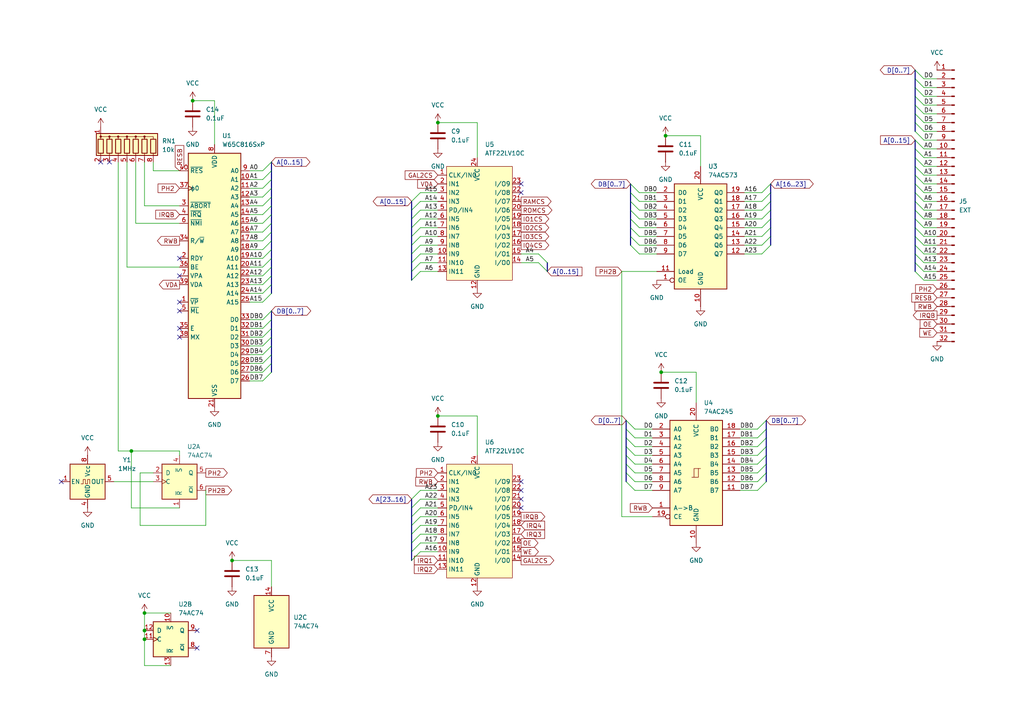
<source format=kicad_sch>
(kicad_sch (version 20250114) (generator "eeschema") (generator_version "9.0")
  (paper "A4")
  (title_block (title "CPU and Decode"))
  (junction (at 193.04 39.37))
  (junction (at 127 35.56))
  (junction (at 41.91 182.88))
  (junction (at 38.1 130.81))
  (junction (at 55.88 29.21))
  (junction (at 191.77 107.95))
  (junction (at 41.91 185.42))
  (junction (at 41.91 177.8))
  (junction (at 127 120.65))
  (junction (at 67.31 162.56))
  (no_connect (at 151.13 142.24))
  (no_connect (at 52.07 97.79))
  (no_connect (at 31.75 46.99))
  (no_connect (at 29.21 46.99))
  (no_connect (at 17.78 139.7))
  (no_connect (at 52.07 87.63))
  (no_connect (at 52.07 90.17))
  (no_connect (at 52.07 74.93))
  (no_connect (at 151.13 53.34))
  (no_connect (at 57.15 187.96))
  (no_connect (at 52.07 80.01))
  (no_connect (at 57.15 182.88))
  (no_connect (at 151.13 139.7))
  (no_connect (at 151.13 147.32))
  (no_connect (at 151.13 144.78))
  (no_connect (at 151.13 55.88))
  (no_connect (at 52.07 95.25))
  (bus_entry (at 220.98 55.88) (size 2.54 -2.54))
  (bus_entry (at 265.43 76.2) (size 2.54 2.54))
  (bus_entry (at 265.43 60.96) (size 2.54 2.54))
  (bus_entry (at 181.61 137.16) (size 2.54 2.54))
  (bus_entry (at 76.2 77.47) (size 2.54 -2.54))
  (bus_entry (at 265.43 55.88) (size 2.54 2.54))
  (bus_entry (at 265.43 45.72) (size 2.54 2.54))
  (bus_entry (at 76.2 64.77) (size 2.54 -2.54))
  (bus_entry (at 181.61 124.46) (size 2.54 2.54))
  (bus_entry (at 181.61 129.54) (size 2.54 2.54))
  (bus_entry (at 265.43 63.5) (size 2.54 2.54))
  (bus_entry (at 265.43 73.66) (size 2.54 2.54))
  (bus_entry (at 119.38 162.56) (size 2.54 -2.54))
  (bus_entry (at 76.2 87.63) (size 2.54 -2.54))
  (bus_entry (at 76.2 52.07) (size 2.54 -2.54))
  (bus_entry (at 182.88 63.5) (size 2.54 2.54))
  (bus_entry (at 76.2 62.23) (size 2.54 -2.54))
  (bus_entry (at 76.2 95.25) (size 2.54 -2.54))
  (bus_entry (at 119.38 157.48) (size 2.54 -2.54))
  (bus_entry (at 181.61 139.7) (size 2.54 2.54))
  (bus_entry (at 265.43 66.04) (size 2.54 2.54))
  (bus_entry (at 219.71 139.7) (size 2.54 -2.54))
  (bus_entry (at 119.38 68.58) (size 2.54 -2.54))
  (bus_entry (at 76.2 102.87) (size 2.54 -2.54))
  (bus_entry (at 76.2 92.71) (size 2.54 -2.54))
  (bus_entry (at 76.2 100.33) (size 2.54 -2.54))
  (bus_entry (at 265.43 71.12) (size 2.54 2.54))
  (bus_entry (at 76.2 107.95) (size 2.54 -2.54))
  (bus_entry (at 219.71 142.24) (size 2.54 -2.54))
  (bus_entry (at 182.88 71.12) (size 2.54 2.54))
  (bus_entry (at 119.38 152.4) (size 2.54 -2.54))
  (bus_entry (at 265.43 25.4) (size 2.54 2.54))
  (bus_entry (at 182.88 68.58) (size 2.54 2.54))
  (bus_entry (at 265.43 48.26) (size 2.54 2.54))
  (bus_entry (at 182.88 53.34) (size 2.54 2.54))
  (bus_entry (at 219.71 127) (size 2.54 -2.54))
  (bus_entry (at 220.98 63.5) (size 2.54 -2.54))
  (bus_entry (at 219.71 132.08) (size 2.54 -2.54))
  (bus_entry (at 76.2 49.53) (size 2.54 -2.54))
  (bus_entry (at 265.43 78.74) (size 2.54 2.54))
  (bus_entry (at 220.98 73.66) (size 2.54 -2.54))
  (bus_entry (at 181.61 121.92) (size 2.54 2.54))
  (bus_entry (at 265.43 33.02) (size 2.54 2.54))
  (bus_entry (at 265.43 58.42) (size 2.54 2.54))
  (bus_entry (at 265.43 53.34) (size 2.54 2.54))
  (bus_entry (at 76.2 105.41) (size 2.54 -2.54))
  (bus_entry (at 119.38 60.96) (size 2.54 -2.54))
  (bus_entry (at 220.98 66.04) (size 2.54 -2.54))
  (bus_entry (at 76.2 97.79) (size 2.54 -2.54))
  (bus_entry (at 76.2 85.09) (size 2.54 -2.54))
  (bus_entry (at 219.71 134.62) (size 2.54 -2.54))
  (bus_entry (at 76.2 82.55) (size 2.54 -2.54))
  (bus_entry (at 265.43 20.32) (size 2.54 2.54))
  (bus_entry (at 220.98 68.58) (size 2.54 -2.54))
  (bus_entry (at 119.38 160.02) (size 2.54 -2.54))
  (bus_entry (at 181.61 127) (size 2.54 2.54))
  (bus_entry (at 119.38 81.28) (size 2.54 -2.54))
  (bus_entry (at 119.38 71.12) (size 2.54 -2.54))
  (bus_entry (at 265.43 43.18) (size 2.54 2.54))
  (bus_entry (at 76.2 57.15) (size 2.54 -2.54))
  (bus_entry (at 119.38 78.74) (size 2.54 -2.54))
  (bus_entry (at 76.2 59.69) (size 2.54 -2.54))
  (bus_entry (at 119.38 144.78) (size 2.54 -2.54))
  (bus_entry (at 182.88 60.96) (size 2.54 2.54))
  (bus_entry (at 265.43 40.64) (size 2.54 2.54))
  (bus_entry (at 219.71 124.46) (size 2.54 -2.54))
  (bus_entry (at 119.38 66.04) (size 2.54 -2.54))
  (bus_entry (at 181.61 134.62) (size 2.54 2.54))
  (bus_entry (at 220.98 58.42) (size 2.54 -2.54))
  (bus_entry (at 265.43 35.56) (size 2.54 2.54))
  (bus_entry (at 119.38 58.42) (size 2.54 -2.54))
  (bus_entry (at 76.2 69.85) (size 2.54 -2.54))
  (bus_entry (at 265.43 50.8) (size 2.54 2.54))
  (bus_entry (at 265.43 22.86) (size 2.54 2.54))
  (bus_entry (at 182.88 66.04) (size 2.54 2.54))
  (bus_entry (at 119.38 147.32) (size 2.54 -2.54))
  (bus_entry (at 76.2 74.93) (size 2.54 -2.54))
  (bus_entry (at 181.61 132.08) (size 2.54 2.54))
  (bus_entry (at 182.88 55.88) (size 2.54 2.54))
  (bus_entry (at 119.38 76.2) (size 2.54 -2.54))
  (bus_entry (at 182.88 58.42) (size 2.54 2.54))
  (bus_entry (at 265.43 27.94) (size 2.54 2.54))
  (bus_entry (at 265.43 30.48) (size 2.54 2.54))
  (bus_entry (at 219.71 129.54) (size 2.54 -2.54))
  (bus_entry (at 156.21 73.66) (size 2.54 2.54))
  (bus_entry (at 219.71 137.16) (size 2.54 -2.54))
  (bus_entry (at 158.75 78.74) (size -2.54 -2.54))
  (bus_entry (at 76.2 110.49) (size 2.54 -2.54))
  (bus_entry (at 76.2 72.39) (size 2.54 -2.54))
  (bus_entry (at 76.2 80.01) (size 2.54 -2.54))
  (bus_entry (at 119.38 154.94) (size 2.54 -2.54))
  (bus_entry (at 119.38 73.66) (size 2.54 -2.54))
  (bus_entry (at 265.43 38.1) (size 2.54 2.54))
  (bus_entry (at 220.98 60.96) (size 2.54 -2.54))
  (bus_entry (at 119.38 149.86) (size 2.54 -2.54))
  (bus_entry (at 76.2 54.61) (size 2.54 -2.54))
  (bus_entry (at 265.43 68.58) (size 2.54 2.54))
  (bus_entry (at 220.98 71.12) (size 2.54 -2.54))
  (bus_entry (at 119.38 63.5) (size 2.54 -2.54))
  (bus_entry (at 76.2 67.31) (size 2.54 -2.54))
  (wire (pts (xy 184.15 132.08) (xy 189.23 132.08)))
  (bus (pts (xy 181.61 132.08) (xy 181.61 134.62)))
  (bus (pts (xy 265.43 45.72) (xy 265.43 48.26)))
  (bus (pts (xy 78.74 67.31) (xy 78.74 69.85)))
  (wire (pts (xy 180.34 78.74) (xy 190.5 78.74)))
  (wire (pts (xy 184.15 129.54) (xy 189.23 129.54)))
  (wire (pts (xy 72.39 107.95) (xy 76.2 107.95)))
  (bus (pts (xy 119.38 160.02) (xy 119.38 162.56)))
  (wire (pts (xy 184.15 127) (xy 189.23 127)))
  (wire (pts (xy 121.92 154.94) (xy 127 154.94)))
  (bus (pts (xy 78.74 95.25) (xy 78.74 97.79)))
  (bus (pts (xy 78.74 64.77) (xy 78.74 67.31)))
  (bus (pts (xy 222.25 121.92) (xy 222.25 124.46)))
  (wire (pts (xy 72.39 82.55) (xy 76.2 82.55)))
  (bus (pts (xy 222.25 132.08) (xy 222.25 134.62)))
  (bus (pts (xy 223.52 58.42) (xy 223.52 60.96)))
  (bus (pts (xy 119.38 152.4) (xy 119.38 154.94)))
  (wire (pts (xy 72.39 54.61) (xy 76.2 54.61)))
  (bus (pts (xy 265.43 48.26) (xy 265.43 50.8)))
  (wire (pts (xy 267.97 63.5) (xy 271.78 63.5)))
  (bus (pts (xy 119.38 149.86) (xy 119.38 152.4)))
  (bus (pts (xy 119.38 71.12) (xy 119.38 73.66)))
  (bus (pts (xy 265.43 73.66) (xy 265.43 76.2)))
  (bus (pts (xy 78.74 77.47) (xy 78.74 80.01)))
  (wire (pts (xy 203.2 39.37) (xy 193.04 39.37)))
  (bus (pts (xy 222.25 137.16) (xy 222.25 139.7)))
  (bus (pts (xy 222.25 134.62) (xy 222.25 137.16)))
  (bus (pts (xy 78.74 74.93) (xy 78.74 77.47)))
  (wire (pts (xy 121.92 147.32) (xy 127 147.32)))
  (wire (pts (xy 72.39 72.39) (xy 76.2 72.39)))
  (wire (pts (xy 215.9 58.42) (xy 220.98 58.42)))
  (wire (pts (xy 267.97 30.48) (xy 271.78 30.48)))
  (wire (pts (xy 121.92 157.48) (xy 127 157.48)))
  (wire (pts (xy 267.97 71.12) (xy 271.78 71.12)))
  (wire (pts (xy 201.93 116.84) (xy 201.93 107.95)))
  (wire (pts (xy 214.63 124.46) (xy 219.71 124.46)))
  (wire (pts (xy 184.15 142.24) (xy 189.23 142.24)))
  (wire (pts (xy 121.92 63.5) (xy 127 63.5)))
  (wire (pts (xy 121.92 76.2) (xy 127 76.2)))
  (bus (pts (xy 119.38 68.58) (xy 119.38 71.12)))
  (bus (pts (xy 223.52 60.96) (xy 223.52 63.5)))
  (wire (pts (xy 185.42 73.66) (xy 190.5 73.66)))
  (wire (pts (xy 59.69 152.4) (xy 40.64 152.4)))
  (wire (pts (xy 41.91 193.04) (xy 41.91 185.42)))
  (bus (pts (xy 78.74 52.07) (xy 78.74 54.61)))
  (bus (pts (xy 78.74 102.87) (xy 78.74 105.41)))
  (bus (pts (xy 265.43 35.56) (xy 265.43 38.1)))
  (bus (pts (xy 265.43 22.86) (xy 265.43 25.4)))
  (bus (pts (xy 265.43 66.04) (xy 265.43 68.58)))
  (wire (pts (xy 215.9 55.88) (xy 220.98 55.88)))
  (wire (pts (xy 185.42 71.12) (xy 190.5 71.12)))
  (wire (pts (xy 214.63 137.16) (xy 219.71 137.16)))
  (bus (pts (xy 78.74 97.79) (xy 78.74 100.33)))
  (wire (pts (xy 49.53 177.8) (xy 41.91 177.8)))
  (bus (pts (xy 181.61 124.46) (xy 181.61 127)))
  (bus (pts (xy 119.38 154.94) (xy 119.38 157.48)))
  (bus (pts (xy 78.74 82.55) (xy 78.74 85.09)))
  (wire (pts (xy 138.43 132.08) (xy 138.43 120.65)))
  (wire (pts (xy 267.97 25.4) (xy 271.78 25.4)))
  (wire (pts (xy 41.91 177.8) (xy 41.91 182.88)))
  (wire (pts (xy 41.91 59.69) (xy 41.91 46.99)))
  (wire (pts (xy 41.91 182.88) (xy 41.91 185.42)))
  (wire (pts (xy 52.07 64.77) (xy 39.37 64.77)))
  (wire (pts (xy 72.39 95.25) (xy 76.2 95.25)))
  (wire (pts (xy 267.97 76.2) (xy 271.78 76.2)))
  (bus (pts (xy 119.38 76.2) (xy 119.38 78.74)))
  (wire (pts (xy 72.39 110.49) (xy 76.2 110.49)))
  (wire (pts (xy 267.97 58.42) (xy 271.78 58.42)))
  (bus (pts (xy 265.43 60.96) (xy 265.43 63.5)))
  (wire (pts (xy 121.92 60.96) (xy 127 60.96)))
  (wire (pts (xy 72.39 105.41) (xy 76.2 105.41)))
  (wire (pts (xy 121.92 58.42) (xy 127 58.42)))
  (wire (pts (xy 138.43 35.56) (xy 127 35.56)))
  (wire (pts (xy 184.15 139.7) (xy 189.23 139.7)))
  (bus (pts (xy 181.61 137.16) (xy 181.61 139.7)))
  (wire (pts (xy 59.69 142.24) (xy 59.69 152.4)))
  (wire (pts (xy 121.92 71.12) (xy 127 71.12)))
  (wire (pts (xy 52.07 147.32) (xy 38.1 147.32)))
  (wire (pts (xy 267.97 66.04) (xy 271.78 66.04)))
  (wire (pts (xy 267.97 45.72) (xy 271.78 45.72)))
  (bus (pts (xy 119.38 73.66) (xy 119.38 76.2)))
  (bus (pts (xy 265.43 71.12) (xy 265.43 73.66)))
  (wire (pts (xy 214.63 134.62) (xy 219.71 134.62)))
  (bus (pts (xy 78.74 90.17) (xy 78.74 92.71)))
  (wire (pts (xy 33.02 139.7) (xy 44.45 139.7)))
  (bus (pts (xy 119.38 78.74) (xy 119.38 81.28)))
  (bus (pts (xy 265.43 55.88) (xy 265.43 58.42)))
  (bus (pts (xy 223.52 63.5) (xy 223.52 66.04)))
  (wire (pts (xy 34.29 46.99) (xy 34.29 130.81)))
  (wire (pts (xy 40.64 137.16) (xy 44.45 137.16)))
  (wire (pts (xy 267.97 22.86) (xy 271.78 22.86)))
  (bus (pts (xy 222.25 129.54) (xy 222.25 132.08)))
  (bus (pts (xy 78.74 80.01) (xy 78.74 82.55)))
  (wire (pts (xy 72.39 80.01) (xy 76.2 80.01)))
  (wire (pts (xy 267.97 38.1) (xy 271.78 38.1)))
  (wire (pts (xy 52.07 130.81) (xy 52.07 132.08)))
  (wire (pts (xy 72.39 59.69) (xy 76.2 59.69)))
  (bus (pts (xy 265.43 20.32) (xy 265.43 22.86)))
  (bus (pts (xy 78.74 69.85) (xy 78.74 72.39)))
  (wire (pts (xy 214.63 132.08) (xy 219.71 132.08)))
  (bus (pts (xy 265.43 33.02) (xy 265.43 35.56)))
  (wire (pts (xy 267.97 50.8) (xy 271.78 50.8)))
  (wire (pts (xy 214.63 127) (xy 219.71 127)))
  (bus (pts (xy 265.43 43.18) (xy 265.43 45.72)))
  (wire (pts (xy 185.42 66.04) (xy 190.5 66.04)))
  (wire (pts (xy 267.97 33.02) (xy 271.78 33.02)))
  (bus (pts (xy 265.43 58.42) (xy 265.43 60.96)))
  (bus (pts (xy 78.74 49.53) (xy 78.74 52.07)))
  (wire (pts (xy 39.37 64.77) (xy 39.37 46.99)))
  (wire (pts (xy 72.39 69.85) (xy 76.2 69.85)))
  (bus (pts (xy 265.43 27.94) (xy 265.43 30.48)))
  (wire (pts (xy 72.39 49.53) (xy 76.2 49.53)))
  (wire (pts (xy 121.92 152.4) (xy 127 152.4)))
  (bus (pts (xy 182.88 68.58) (xy 182.88 71.12)))
  (bus (pts (xy 223.52 66.04) (xy 223.52 68.58)))
  (bus (pts (xy 223.52 53.34) (xy 223.52 55.88)))
  (wire (pts (xy 72.39 74.93) (xy 76.2 74.93)))
  (bus (pts (xy 119.38 60.96) (xy 119.38 63.5)))
  (wire (pts (xy 44.45 49.53) (xy 44.45 46.99)))
  (wire (pts (xy 138.43 120.65) (xy 127 120.65)))
  (bus (pts (xy 119.38 147.32) (xy 119.38 149.86)))
  (bus (pts (xy 119.38 66.04) (xy 119.38 68.58)))
  (wire (pts (xy 267.97 27.94) (xy 271.78 27.94)))
  (wire (pts (xy 184.15 137.16) (xy 189.23 137.16)))
  (bus (pts (xy 222.25 127) (xy 222.25 129.54)))
  (bus (pts (xy 181.61 121.92) (xy 181.61 124.46)))
  (wire (pts (xy 62.23 41.91) (xy 62.23 29.21)))
  (bus (pts (xy 182.88 58.42) (xy 182.88 60.96)))
  (bus (pts (xy 181.61 129.54) (xy 181.61 132.08)))
  (wire (pts (xy 72.39 67.31) (xy 76.2 67.31)))
  (wire (pts (xy 180.34 78.74) (xy 180.34 149.86)))
  (wire (pts (xy 121.92 144.78) (xy 127 144.78)))
  (wire (pts (xy 72.39 57.15) (xy 76.2 57.15)))
  (wire (pts (xy 72.39 100.33) (xy 76.2 100.33)))
  (wire (pts (xy 38.1 147.32) (xy 38.1 130.81)))
  (bus (pts (xy 78.74 72.39) (xy 78.74 74.93)))
  (wire (pts (xy 185.42 60.96) (xy 190.5 60.96)))
  (wire (pts (xy 267.97 81.28) (xy 271.78 81.28)))
  (wire (pts (xy 72.39 97.79) (xy 76.2 97.79)))
  (wire (pts (xy 36.83 77.47) (xy 36.83 46.99)))
  (wire (pts (xy 267.97 55.88) (xy 271.78 55.88)))
  (wire (pts (xy 38.1 130.81) (xy 52.07 130.81)))
  (wire (pts (xy 72.39 62.23) (xy 76.2 62.23)))
  (wire (pts (xy 121.92 160.02) (xy 127 160.02)))
  (bus (pts (xy 265.43 63.5) (xy 265.43 66.04)))
  (wire (pts (xy 121.92 66.04) (xy 127 66.04)))
  (wire (pts (xy 185.42 63.5) (xy 190.5 63.5)))
  (wire (pts (xy 267.97 43.18) (xy 271.78 43.18)))
  (bus (pts (xy 182.88 53.34) (xy 182.88 55.88)))
  (wire (pts (xy 49.53 193.04) (xy 41.91 193.04)))
  (bus (pts (xy 182.88 55.88) (xy 182.88 58.42)))
  (bus (pts (xy 78.74 62.23) (xy 78.74 64.77)))
  (wire (pts (xy 214.63 139.7) (xy 219.71 139.7)))
  (wire (pts (xy 267.97 53.34) (xy 271.78 53.34)))
  (bus (pts (xy 265.43 53.34) (xy 265.43 55.88)))
  (wire (pts (xy 215.9 73.66) (xy 220.98 73.66)))
  (bus (pts (xy 265.43 50.8) (xy 265.43 53.34)))
  (wire (pts (xy 121.92 68.58) (xy 127 68.58)))
  (wire (pts (xy 184.15 134.62) (xy 189.23 134.62)))
  (wire (pts (xy 121.92 142.24) (xy 127 142.24)))
  (bus (pts (xy 119.38 58.42) (xy 119.38 60.96)))
  (wire (pts (xy 267.97 78.74) (xy 271.78 78.74)))
  (bus (pts (xy 119.38 63.5) (xy 119.38 66.04)))
  (wire (pts (xy 121.92 73.66) (xy 127 73.66)))
  (bus (pts (xy 78.74 92.71) (xy 78.74 95.25)))
  (bus (pts (xy 119.38 144.78) (xy 119.38 147.32)))
  (wire (pts (xy 215.9 68.58) (xy 220.98 68.58)))
  (wire (pts (xy 184.15 124.46) (xy 189.23 124.46)))
  (bus (pts (xy 119.38 157.48) (xy 119.38 160.02)))
  (wire (pts (xy 201.93 107.95) (xy 191.77 107.95)))
  (bus (pts (xy 265.43 30.48) (xy 265.43 33.02)))
  (wire (pts (xy 189.23 149.86) (xy 180.34 149.86)))
  (bus (pts (xy 265.43 76.2) (xy 265.43 78.74)))
  (wire (pts (xy 151.13 76.2) (xy 156.21 76.2)))
  (wire (pts (xy 215.9 71.12) (xy 220.98 71.12)))
  (bus (pts (xy 181.61 134.62) (xy 181.61 137.16)))
  (wire (pts (xy 72.39 77.47) (xy 76.2 77.47)))
  (wire (pts (xy 78.74 170.18) (xy 78.74 162.56)))
  (wire (pts (xy 214.63 142.24) (xy 219.71 142.24)))
  (wire (pts (xy 72.39 92.71) (xy 76.2 92.71)))
  (wire (pts (xy 72.39 52.07) (xy 76.2 52.07)))
  (bus (pts (xy 78.74 54.61) (xy 78.74 57.15)))
  (wire (pts (xy 62.23 29.21) (xy 55.88 29.21)))
  (bus (pts (xy 182.88 66.04) (xy 182.88 68.58)))
  (bus (pts (xy 78.74 105.41) (xy 78.74 107.95)))
  (wire (pts (xy 40.64 152.4) (xy 40.64 137.16)))
  (bus (pts (xy 78.74 59.69) (xy 78.74 62.23)))
  (wire (pts (xy 267.97 48.26) (xy 271.78 48.26)))
  (bus (pts (xy 265.43 40.64) (xy 265.43 43.18)))
  (wire (pts (xy 121.92 55.88) (xy 127 55.88)))
  (wire (pts (xy 52.07 77.47) (xy 36.83 77.47)))
  (wire (pts (xy 72.39 102.87) (xy 76.2 102.87)))
  (wire (pts (xy 121.92 78.74) (xy 127 78.74)))
  (bus (pts (xy 182.88 63.5) (xy 182.88 66.04)))
  (wire (pts (xy 203.2 48.26) (xy 203.2 39.37)))
  (wire (pts (xy 138.43 45.72) (xy 138.43 35.56)))
  (wire (pts (xy 215.9 63.5) (xy 220.98 63.5)))
  (bus (pts (xy 158.75 76.2) (xy 158.75 78.74)))
  (wire (pts (xy 267.97 73.66) (xy 271.78 73.66)))
  (wire (pts (xy 214.63 129.54) (xy 219.71 129.54)))
  (bus (pts (xy 182.88 60.96) (xy 182.88 63.5)))
  (wire (pts (xy 267.97 68.58) (xy 271.78 68.58)))
  (wire (pts (xy 215.9 60.96) (xy 220.98 60.96)))
  (wire (pts (xy 151.13 73.66) (xy 156.21 73.66)))
  (wire (pts (xy 215.9 66.04) (xy 220.98 66.04)))
  (wire (pts (xy 52.07 49.53) (xy 44.45 49.53)))
  (wire (pts (xy 185.42 58.42) (xy 190.5 58.42)))
  (bus (pts (xy 181.61 127) (xy 181.61 129.54)))
  (bus (pts (xy 265.43 68.58) (xy 265.43 71.12)))
  (wire (pts (xy 34.29 130.81) (xy 38.1 130.81)))
  (wire (pts (xy 121.92 149.86) (xy 127 149.86)))
  (wire (pts (xy 185.42 55.88) (xy 190.5 55.88)))
  (wire (pts (xy 52.07 59.69) (xy 41.91 59.69)))
  (wire (pts (xy 267.97 35.56) (xy 271.78 35.56)))
  (wire (pts (xy 267.97 40.64) (xy 271.78 40.64)))
  (wire (pts (xy 72.39 85.09) (xy 76.2 85.09)))
  (wire (pts (xy 185.42 68.58) (xy 190.5 68.58)))
  (wire (pts (xy 267.97 60.96) (xy 271.78 60.96)))
  (bus (pts (xy 78.74 57.15) (xy 78.74 59.69)))
  (bus (pts (xy 78.74 46.99) (xy 78.74 49.53)))
  (bus (pts (xy 223.52 68.58) (xy 223.52 71.12)))
  (bus (pts (xy 222.25 124.46) (xy 222.25 127)))
  (bus (pts (xy 223.52 55.88) (xy 223.52 58.42)))
  (wire (pts (xy 72.39 87.63) (xy 76.2 87.63)))
  (wire (pts (xy 78.74 162.56) (xy 67.31 162.56)))
  (bus (pts (xy 265.43 25.4) (xy 265.43 27.94)))
  (wire (pts (xy 72.39 64.77) (xy 76.2 64.77)))
  (bus (pts (xy 78.74 100.33) (xy 78.74 102.87)))
  (label "D4" (at 267.97 33.02 0))
  (label "DB0" (at 214.63 124.46 0))
  (label "D0" (at 267.97 22.86 0))
  (label "A9" (at 267.97 66.04 0))
  (label "A12" (at 72.39 80.01 0))
  (label "A17" (at 215.9 58.42 0))
  (label "A18" (at 215.9 60.96 0))
  (label "A7" (at 72.39 67.31 0))
  (label "A2" (at 267.97 48.26 0))
  (label "DB5" (at 214.63 137.16 0))
  (label "A3" (at 72.39 57.15 0))
  (label "DB6" (at 214.63 139.7 0))
  (label "A22" (at 123.19 144.78 0))
  (label "A1" (at 72.39 52.07 0))
  (label "A13" (at 72.39 82.55 0))
  (label "A8" (at 72.39 69.85 0))
  (label "D1" (at 186.69 127 0))
  (label "D1" (at 267.97 25.4 0))
  (label "A16" (at 123.19 160.02 0))
  (label "A10" (at 123.19 68.58 0))
  (label "A22" (at 215.9 71.12 0))
  (label "D3" (at 267.97 30.48 0))
  (label "A4" (at 152.4 73.66 0))
  (label "A8" (at 123.19 73.66 0))
  (label "A12" (at 123.19 63.5 0))
  (label "DB5" (at 186.69 68.58 0))
  (label "DB4" (at 72.39 102.87 0))
  (label "A14" (at 72.39 85.09 0))
  (label "A19" (at 215.9 63.5 0))
  (label "DB7" (at 214.63 142.24 0))
  (label "A5" (at 152.4 76.2 0))
  (label "A21" (at 215.9 68.58 0))
  (label "A10" (at 267.97 68.58 0))
  (label "A11" (at 123.19 66.04 0))
  (label "A13" (at 267.97 76.2 0))
  (label "D5" (at 186.69 137.16 0))
  (label "A19" (at 123.19 152.4 0))
  (label "A11" (at 72.39 77.47 0))
  (label "A15" (at 72.39 87.63 0))
  (label "A0" (at 72.39 49.53 0))
  (label "A9" (at 123.19 71.12 0))
  (label "D0" (at 186.69 124.46 0))
  (label "A3" (at 267.97 50.8 0))
  (label "DB3" (at 72.39 100.33 0))
  (label "A7" (at 267.97 60.96 0))
  (label "A0" (at 267.97 43.18 0))
  (label "DB2" (at 214.63 129.54 0))
  (label "D7" (at 186.69 142.24 0))
  (label "A7" (at 123.19 76.2 0))
  (label "DB6" (at 186.69 71.12 0))
  (label "A15" (at 123.19 55.88 0))
  (label "DB7" (at 72.39 110.49 0))
  (label "A4" (at 72.39 59.69 0))
  (label "A6" (at 267.97 58.42 0))
  (label "A13" (at 123.19 60.96 0))
  (label "D2" (at 186.69 129.54 0))
  (label "A6" (at 72.39 64.77 0))
  (label "A20" (at 123.19 149.86 0))
  (label "DB3" (at 186.69 63.5 0))
  (label "DB0" (at 72.39 92.71 0))
  (label "D4" (at 186.69 134.62 0))
  (label "A20" (at 215.9 66.04 0))
  (label "A1" (at 267.97 45.72 0))
  (label "DB1" (at 72.39 95.25 0))
  (label "DB7" (at 186.69 73.66 0))
  (label "DB0" (at 186.69 55.88 0))
  (label "DB1" (at 186.69 58.42 0))
  (label "A14" (at 267.97 78.74 0))
  (label "A5" (at 267.97 55.88 0))
  (label "DB4" (at 214.63 134.62 0))
  (label "DB5" (at 72.39 105.41 0))
  (label "A9" (at 72.39 72.39 0))
  (label "DB1" (at 214.63 127 0))
  (label "A2" (at 72.39 54.61 0))
  (label "A18" (at 123.19 154.94 0))
  (label "D3" (at 186.69 132.08 0))
  (label "A23" (at 123.19 142.24 0))
  (label "A5" (at 72.39 62.23 0))
  (label "DB2" (at 72.39 97.79 0))
  (label "D5" (at 267.97 35.56 0))
  (label "A14" (at 123.19 58.42 0))
  (label "DB6" (at 72.39 107.95 0))
  (label "A10" (at 72.39 74.93 0))
  (label "A21" (at 123.19 147.32 0))
  (label "A16" (at 215.9 55.88 0))
  (label "A17" (at 123.19 157.48 0))
  (label "D6" (at 186.69 139.7 0))
  (label "A23" (at 215.9 73.66 0))
  (label "A12" (at 267.97 73.66 0))
  (label "A11" (at 267.97 71.12 0))
  (label "A8" (at 267.97 63.5 0))
  (label "A6" (at 123.19 78.74 0))
  (label "DB4" (at 186.69 66.04 0))
  (label "A15" (at 267.97 81.28 0))
  (label "DB3" (at 214.63 132.08 0))
  (label "DB2" (at 186.69 60.96 0))
  (label "D6" (at 267.97 38.1 0))
  (label "D2" (at 267.97 27.94 0))
  (label "D7" (at 267.97 40.64 0))
  (label "A4" (at 267.97 53.34 0))
  (global_label "VDA" (shape output) (at 52.07 82.55 180) (property "Intersheetrefs" "${INTERSHEET_REFS}" (effects (hide yes))))
  (global_label "IRQ2" (shape input) (at 127 165.1 180) (property "Intersheetrefs" "${INTERSHEET_REFS}" (effects (hide yes))))
  (global_label "IO2CS" (shape output) (at 151.13 66.04 0) (property "Intersheetrefs" "${INTERSHEET_REFS}" (effects (hide yes))))
  (global_label "PH2B" (shape output) (at 59.69 142.24 0) (property "Intersheetrefs" "${INTERSHEET_REFS}" (effects (hide yes))))
  (global_label "PH2" (shape output) (at 59.69 137.16 0) (property "Intersheetrefs" "${INTERSHEET_REFS}" (effects (hide yes))))
  (global_label "RAMCS" (shape output) (at 151.13 58.42 0) (property "Intersheetrefs" "${INTERSHEET_REFS}" (effects (hide yes))))
  (global_label "IRQ3" (shape input) (at 151.13 154.94 0) (property "Intersheetrefs" "${INTERSHEET_REFS}" (effects (hide yes))))
  (global_label "WE" (shape input) (at 271.78 96.52 180) (property "Intersheetrefs" "${INTERSHEET_REFS}" (effects (hide yes))))
  (global_label "PH2" (shape input) (at 52.07 54.61 180) (property "Intersheetrefs" "${INTERSHEET_REFS}" (effects (hide yes))))
  (global_label "OE" (shape output) (at 151.13 157.48 0) (property "Intersheetrefs" "${INTERSHEET_REFS}" (effects (hide yes))))
  (global_label "DB[0..7]" (shape bidirectional) (at 222.25 121.92 0) (property "Intersheetrefs" "${INTERSHEET_REFS}" (effects (hide yes))))
  (global_label "GAL2CS" (shape output) (at 151.13 162.56 0) (property "Intersheetrefs" "${INTERSHEET_REFS}" (effects (hide yes))))
  (global_label "RWB" (shape output) (at 52.07 69.85 180) (property "Intersheetrefs" "${INTERSHEET_REFS}" (effects (hide yes))))
  (global_label "WE" (shape output) (at 151.13 160.02 0) (property "Intersheetrefs" "${INTERSHEET_REFS}" (effects (hide yes))))
  (global_label "A[0..15]" (shape tri_state) (at 78.74 46.99 0) (property "Intersheetrefs" "${INTERSHEET_REFS}" (effects (hide yes))))
  (global_label "D[0..7]" (shape bidirectional) (at 181.61 121.92 180) (property "Intersheetrefs" "${INTERSHEET_REFS}" (effects (hide yes))))
  (global_label "IRQB" (shape input) (at 52.07 62.23 180) (property "Intersheetrefs" "${INTERSHEET_REFS}" (effects (hide yes))))
  (global_label "RESB" (shape input) (at 271.78 86.36 180) (property "Intersheetrefs" "${INTERSHEET_REFS}" (effects (hide yes))))
  (global_label "RWB" (shape input) (at 127 139.7 180) (property "Intersheetrefs" "${INTERSHEET_REFS}" (effects (hide yes))))
  (global_label "IRQ1" (shape input) (at 127 162.56 180) (property "Intersheetrefs" "${INTERSHEET_REFS}" (effects (hide yes))))
  (global_label "IRQ4" (shape input) (at 151.13 152.4 0) (property "Intersheetrefs" "${INTERSHEET_REFS}" (effects (hide yes))))
  (global_label "A[0..15]" (shape input) (at 158.75 78.74 0) (property "Intersheetrefs" "${INTERSHEET_REFS}" (effects (hide yes))))
  (global_label "ROMCS" (shape output) (at 151.13 60.96 0) (property "Intersheetrefs" "${INTERSHEET_REFS}" (effects (hide yes))))
  (global_label "RESB" (shape input) (at 52.07 49.53 90) (property "Intersheetrefs" "${INTERSHEET_REFS}" (effects (hide yes))))
  (global_label "PH2" (shape input) (at 127 137.16 180) (property "Intersheetrefs" "${INTERSHEET_REFS}" (effects (hide yes))))
  (global_label "A[0..15]" (shape input) (at 265.43 40.64 180) (property "Intersheetrefs" "${INTERSHEET_REFS}" (effects (hide yes))))
  (global_label "GAL2CS" (shape input) (at 127 50.8 180) (property "Intersheetrefs" "${INTERSHEET_REFS}" (effects (hide yes))))
  (global_label "D[0..7]" (shape bidirectional) (at 265.43 20.32 180) (property "Intersheetrefs" "${INTERSHEET_REFS}" (effects (hide yes))))
  (global_label "IRQB" (shape output) (at 151.13 149.86 0) (property "Intersheetrefs" "${INTERSHEET_REFS}" (effects (hide yes))))
  (global_label "A[16..23]" (shape tri_state) (at 223.52 53.34 0) (property "Intersheetrefs" "${INTERSHEET_REFS}" (effects (hide yes))))
  (global_label "IO1CS" (shape output) (at 151.13 63.5 0) (property "Intersheetrefs" "${INTERSHEET_REFS}" (effects (hide yes))))
  (global_label "A[23..16]" (shape tri_state) (at 119.38 144.78 180) (property "Intersheetrefs" "${INTERSHEET_REFS}" (effects (hide yes))))
  (global_label "DB[0..7]" (shape bidirectional) (at 182.88 53.34 180) (property "Intersheetrefs" "${INTERSHEET_REFS}" (effects (hide yes))))
  (global_label "RWB" (shape input) (at 271.78 88.9 180) (property "Intersheetrefs" "${INTERSHEET_REFS}" (effects (hide yes))))
  (global_label "IO3CS" (shape output) (at 151.13 68.58 0) (property "Intersheetrefs" "${INTERSHEET_REFS}" (effects (hide yes))))
  (global_label "OE" (shape input) (at 271.78 93.98 180) (property "Intersheetrefs" "${INTERSHEET_REFS}" (effects (hide yes))))
  (global_label "VDA" (shape input) (at 127 53.34 180) (property "Intersheetrefs" "${INTERSHEET_REFS}" (effects (hide yes))))
  (global_label "PH2" (shape input) (at 271.78 83.82 180) (property "Intersheetrefs" "${INTERSHEET_REFS}" (effects (hide yes))))
  (global_label "PH2B" (shape input) (at 180.34 78.74 180) (property "Intersheetrefs" "${INTERSHEET_REFS}" (effects (hide yes))))
  (global_label "RWB" (shape input) (at 189.23 147.32 180) (property "Intersheetrefs" "${INTERSHEET_REFS}" (effects (hide yes))))
  (global_label "DB[0..7]" (shape bidirectional) (at 78.74 90.17 0) (property "Intersheetrefs" "${INTERSHEET_REFS}" (effects (hide yes))))
  (global_label "IRQB" (shape output) (at 271.78 91.44 180) (property "Intersheetrefs" "${INTERSHEET_REFS}" (effects (hide yes))))
  (global_label "IO4CS" (shape output) (at 151.13 71.12 0) (property "Intersheetrefs" "${INTERSHEET_REFS}" (effects (hide yes))))
  (global_label "A[0..15]" (shape tri_state) (at 119.38 58.42 180) (property "Intersheetrefs" "${INTERSHEET_REFS}" (effects (hide yes))))
  (symbol (lib_id "Device:C") (at 193.04 43.18 0) (unit 1)
    (property "Reference" "C11" (at 196.85 41.9099 0) (effects (justify left)))
    (property "Value" "0.1uF" (at 196.85 44.4499 0) (effects (justify left)))
    (property "Footprint" "Capacitor_THT:C_Disc_D4.3mm_W1.9mm_P5.00mm" (effects (hide yes)))
    (property "Description" "Unpolarized capacitor" (effects (hide yes)))
  )
  (symbol (lib_id "power:VCC") (at 41.91 177.8 0) (unit 1)
    (property "Reference" "#PWR032" (effects (hide yes)))
    (property "Value" "VCC" (at 41.91 172.72 0))
    (property "Description" "Power symbol creates a global label with name \"VCC\"" (effects (hide yes)))
  )
  (symbol (lib_id "power:GND") (at 62.23 118.11 0) (unit 1)
    (property "Reference" "#PWR3" (effects (hide yes)))
    (property "Value" "GND" (at 62.23 123.19 0))
    (property "Description" "Power symbol creates a global label with name \"GND\" , ground" (effects (hide yes)))
  )
  (symbol (lib_id "power:GND") (at 67.31 170.18 0) (unit 1)
    (property "Reference" "#PWR059" (effects (hide yes)))
    (property "Value" "GND" (at 67.31 175.26 0))
    (property "Description" "Power symbol creates a global label with name \"GND\" , ground" (effects (hide yes)))
  )
  (symbol (lib_id "power:VCC") (at 127 35.56 0) (unit 1)
    (property "Reference" "#PWR014" (effects (hide yes)))
    (property "Value" "VCC" (at 127 30.48 0))
    (property "Description" "Power symbol creates a global label with name \"VCC\"" (effects (hide yes)))
  )
  (symbol (lib_id "74xx:74HC245") (at 201.93 137.16 0) (unit 1)
    (property "Reference" "U4" (at 204.1241 116.84 0) (effects (justify left)))
    (property "Value" "74AC245" (at 204.1241 119.38 0) (effects (justify left)))
    (property "Footprint" "Package_DIP:DIP-20_W7.62mm_Socket" (effects (hide yes)))
    (property "Datasheet" "http://www.ti.com/lit/gpn/sn74HC245" (effects (hide yes)))
    (property "Description" "Octal BUS Transceivers, 3-State outputs" (effects (hide yes)))
  )
  (symbol (lib_id "Device:C") (at 127 39.37 0) (unit 1)
    (property "Reference" "C9" (at 130.81 38.0999 0) (effects (justify left)))
    (property "Value" "0.1uF" (at 130.81 40.6399 0) (effects (justify left)))
    (property "Footprint" "Capacitor_THT:C_Disc_D4.3mm_W1.9mm_P5.00mm" (effects (hide yes)))
    (property "Description" "Unpolarized capacitor" (effects (hide yes)))
  )
  (symbol (lib_id "74xx:74HC74") (at 52.07 139.7 0) (unit 1)
    (property "Reference" "U2" (at 54.2641 129.54 0) (effects (justify left)))
    (property "Value" "74AC74" (at 54.2641 132.08 0) (effects (justify left)))
    (property "Footprint" "Package_DIP:DIP-14_W7.62mm_Socket" (effects (hide yes)))
    (property "Datasheet" "74xx/74hc_hct74.pdf" (effects (hide yes)))
    (property "Description" "Dual D Flip-flop, Set & Reset" (effects (hide yes)))
  )
  (symbol (lib_id "power:VCC") (at 127 120.65 0) (unit 1)
    (property "Reference" "#PWR056" (effects (hide yes)))
    (property "Value" "VCC" (at 127 115.57 0))
    (property "Description" "Power symbol creates a global label with name \"VCC\"" (effects (hide yes)))
  )
  (symbol (lib_id "power:GND") (at 138.43 83.82 0) (unit 1)
    (property "Reference" "#PWR15" (effects (hide yes)))
    (property "Value" "GND" (at 138.43 88.9 0))
    (property "Description" "Power symbol creates a global label with name \"GND\" , ground" (effects (hide yes)))
  )
  (symbol (lib_id "Device:C") (at 67.31 166.37 0) (unit 1)
    (property "Reference" "C13" (at 71.12 165.0999 0) (effects (justify left)))
    (property "Value" "0.1uF" (at 71.12 167.6399 0) (effects (justify left)))
    (property "Footprint" "Capacitor_THT:C_Disc_D4.3mm_W1.9mm_P5.00mm" (effects (hide yes)))
    (property "Description" "Unpolarized capacitor" (effects (hide yes)))
  )
  (symbol (lib_id "power:GND") (at 127 128.27 0) (unit 1)
    (property "Reference" "#PWR057" (effects (hide yes)))
    (property "Value" "GND" (at 127 133.35 0))
    (property "Description" "Power symbol creates a global label with name \"GND\" , ground" (effects (hide yes)))
  )
  (symbol (lib_id "PCM_65xx-library:W65C816SxP") (at 62.23 80.01 0) (unit 1)
    (property "Reference" "U1" (at 64.4241 39.37 0) (effects (justify left)))
    (property "Value" "W65C816SxP" (at 64.4241 41.91 0) (effects (justify left)))
    (property "Footprint" "Package_DIP:DIP-40_W15.24mm_Socket" (effects (hide yes)))
    (property "Datasheet" "http://www.westerndesigncenter.com/wdc/documentation/w65c816s.pdf" (effects (hide yes)))
    (property "Description" "8/16-bit CMOS General Purpose Microprocessor, DIP-40" (effects (hide yes)))
  )
  (symbol (lib_id "power:GND") (at 190.5 81.28 0) (unit 1)
    (property "Reference" "#PWR11" (effects (hide yes)))
    (property "Value" "GND" (at 190.5 86.36 0))
    (property "Description" "Power symbol creates a global label with name \"GND\" , ground" (effects (hide yes)))
  )
  (symbol (lib_id "power:GND") (at 191.77 115.57 0) (unit 1)
    (property "Reference" "#PWR058" (effects (hide yes)))
    (property "Value" "GND" (at 191.77 120.65 0))
    (property "Description" "Power symbol creates a global label with name \"GND\" , ground" (effects (hide yes)))
  )
  (symbol (lib_id "Oscillator:CXO_DIP8") (at 25.4 139.7 0) (unit 1)
    (property "Reference" "Y1" (at 36.83 133.3814 0))
    (property "Value" "1MHz" (at 36.83 135.9214 0))
    (property "Footprint" "Package_DIP:DIP-8_W7.62mm_Socket" (effects (hide yes)))
    (property "Datasheet" "http://cdn-reichelt.de/documents/datenblatt/B400/OSZI.pdf" (effects (hide yes)))
    (property "Description" "Crystal Clock Oscillator, DIP8-style metal package" (effects (hide yes)))
  )
  (symbol (lib_id "power:GND") (at 203.2 88.9 0) (unit 1)
    (property "Reference" "#PWR9" (effects (hide yes)))
    (property "Value" "GND" (at 203.2 93.98 0))
    (property "Description" "Power symbol creates a global label with name \"GND\" , ground" (effects (hide yes)))
  )
  (symbol (lib_id "Connector:Conn_01x32_Pin") (at 276.86 58.42 0) (mirror y) (unit 1)
    (property "Reference" "J5" (at 278.13 58.4199 0) (effects (justify right)))
    (property "Value" "EXT" (at 278.13 60.9599 0) (effects (justify right)))
    (property "Footprint" "Connector_PinHeader_2.54mm:PinHeader_2x16_P2.54mm_Vertical" (effects (hide yes)))
    (property "Description" "Generic connector, single row, 01x32, script generated" (effects (hide yes)))
  )
  (symbol (lib_id "power:VCC") (at 67.31 162.56 0) (unit 1)
    (property "Reference" "#PWR030" (effects (hide yes)))
    (property "Value" "VCC" (at 67.31 157.48 0))
    (property "Description" "Power symbol creates a global label with name \"VCC\"" (effects (hide yes)))
  )
  (symbol (lib_id "power:GND") (at 193.04 46.99 0) (unit 1)
    (property "Reference" "#PWR012" (effects (hide yes)))
    (property "Value" "GND" (at 193.04 52.07 0))
    (property "Description" "Power symbol creates a global label with name \"GND\" , ground" (effects (hide yes)))
  )
  (symbol (lib_id "power:GND") (at 201.93 157.48 0) (unit 1)
    (property "Reference" "#PWR13" (effects (hide yes)))
    (property "Value" "GND" (at 201.93 162.56 0))
    (property "Description" "Power symbol creates a global label with name \"GND\" , ground" (effects (hide yes)))
  )
  (symbol (lib_id "New_Library:ATF22LV10C") (at 138.43 148.59 0) (unit 1)
    (property "Reference" "U6" (at 140.6241 128.27 0) (effects (justify left)))
    (property "Value" "ATF22LV10C" (at 140.6241 130.81 0) (effects (justify left)))
    (property "Footprint" "Package_DIP:DIP-24_W7.62mm_Socket" (effects (hide yes)))
  )
  (symbol (lib_id "power:GND") (at 127 43.18 0) (unit 1)
    (property "Reference" "#PWR055" (effects (hide yes)))
    (property "Value" "GND" (at 127 48.26 0))
    (property "Description" "Power symbol creates a global label with name \"GND\" , ground" (effects (hide yes)))
  )
  (symbol (lib_id "power:VCC") (at 55.88 29.21 0) (unit 1)
    (property "Reference" "#PWR02" (effects (hide yes)))
    (property "Value" "VCC" (at 55.88 24.13 0))
    (property "Description" "Power symbol creates a global label with name \"VCC\"" (effects (hide yes)))
  )
  (symbol (lib_id "power:GND") (at 271.78 99.06 0) (unit 1)
    (property "Reference" "#PWR062" (effects (hide yes)))
    (property "Value" "GND" (at 271.78 104.14 0))
    (property "Description" "Power symbol creates a global label with name \"GND\" , ground" (effects (hide yes)))
  )
  (symbol (lib_id "power:VCC") (at 25.4 132.08 0) (unit 1)
    (property "Reference" "#PWR18" (effects (hide yes)))
    (property "Value" "VCC" (at 25.4 127 0))
    (property "Description" "Power symbol creates a global label with name \"VCC\"" (effects (hide yes)))
  )
  (symbol (lib_id "power:VCC") (at 193.04 39.37 0) (unit 1)
    (property "Reference" "#PWR010" (effects (hide yes)))
    (property "Value" "VCC" (at 193.04 34.29 0))
    (property "Description" "Power symbol creates a global label with name \"VCC\"" (effects (hide yes)))
  )
  (symbol (lib_id "74xx:74HC74") (at 49.53 185.42 0) (unit 2)
    (property "Reference" "U2" (at 51.7241 175.26 0) (effects (justify left)))
    (property "Value" "74AC74" (at 51.7241 177.8 0) (effects (justify left)))
    (property "Footprint" "Package_DIP:DIP-14_W7.62mm_Socket" (effects (hide yes)))
    (property "Datasheet" "74xx/74hc_hct74.pdf" (effects (hide yes)))
    (property "Description" "Dual D Flip-flop, Set & Reset" (effects (hide yes)))
  )
  (symbol (lib_id "Device:C") (at 127 124.46 0) (unit 1)
    (property "Reference" "C10" (at 130.81 123.1899 0) (effects (justify left)))
    (property "Value" "0.1uF" (at 130.81 125.7299 0) (effects (justify left)))
    (property "Footprint" "Capacitor_THT:C_Disc_D4.3mm_W1.9mm_P5.00mm" (effects (hide yes)))
    (property "Description" "Unpolarized capacitor" (effects (hide yes)))
  )
  (symbol (lib_id "power:GND") (at 138.43 170.18 0) (unit 1)
    (property "Reference" "#PWR17" (effects (hide yes)))
    (property "Value" "GND" (at 138.43 175.26 0))
    (property "Description" "Power symbol creates a global label with name \"GND\" , ground" (effects (hide yes)))
  )
  (symbol (lib_id "Device:C") (at 191.77 111.76 0) (unit 1)
    (property "Reference" "C12" (at 195.58 110.4899 0) (effects (justify left)))
    (property "Value" "0.1uF" (at 195.58 113.0299 0) (effects (justify left)))
    (property "Footprint" "Capacitor_THT:C_Disc_D4.3mm_W1.9mm_P5.00mm" (effects (hide yes)))
    (property "Description" "Unpolarized capacitor" (effects (hide yes)))
  )
  (symbol (lib_id "power:GND") (at 78.74 190.5 0) (unit 1)
    (property "Reference" "#PWR31" (effects (hide yes)))
    (property "Value" "GND" (at 78.74 195.58 0))
    (property "Description" "Power symbol creates a global label with name \"GND\" , ground" (effects (hide yes)))
  )
  (symbol (lib_id "power:VCC") (at 191.77 107.95 0) (unit 1)
    (property "Reference" "#PWR016" (effects (hide yes)))
    (property "Value" "VCC" (at 191.77 102.87 0))
    (property "Description" "Power symbol creates a global label with name \"VCC\"" (effects (hide yes)))
  )
  (symbol (lib_id "power:GND") (at 25.4 147.32 0) (unit 1)
    (property "Reference" "#PWR4" (effects (hide yes)))
    (property "Value" "GND" (at 25.4 152.4 0))
    (property "Description" "Power symbol creates a global label with name \"GND\" , ground" (effects (hide yes)))
  )
  (symbol (lib_id "74xx:74LS573") (at 203.2 68.58 0) (unit 1)
    (property "Reference" "U3" (at 205.3941 48.26 0) (effects (justify left)))
    (property "Value" "74AC573" (at 205.3941 50.8 0) (effects (justify left)))
    (property "Footprint" "Package_DIP:DIP-20_W7.62mm_Socket" (effects (hide yes)))
    (property "Datasheet" "74xx/74hc573.pdf" (effects (hide yes)))
    (property "Description" "8-bit Latch 3-state outputs" (effects (hide yes)))
  )
  (symbol (lib_name "ATF22LV10C_1") (lib_id "New_Library:ATF22LV10C") (at 138.43 62.23 0) (unit 1)
    (property "Reference" "U5" (at 140.6241 41.91 0) (effects (justify left)))
    (property "Value" "ATF22LV10C" (at 140.6241 44.45 0) (effects (justify left)))
    (property "Footprint" "Package_DIP:DIP-24_W7.62mm_Socket" (effects (hide yes)))
  )
  (symbol (lib_id "power:GND") (at 55.88 36.83 0) (unit 1)
    (property "Reference" "#PWR060" (effects (hide yes)))
    (property "Value" "GND" (at 55.88 41.91 0))
    (property "Description" "Power symbol creates a global label with name \"GND\" , ground" (effects (hide yes)))
  )
  (symbol (lib_id "power:VCC") (at 271.78 20.32 0) (unit 1)
    (property "Reference" "#PWR061" (effects (hide yes)))
    (property "Value" "VCC" (at 271.78 15.24 0))
    (property "Description" "Power symbol creates a global label with name \"VCC\"" (effects (hide yes)))
  )
  (symbol (lib_id "Device:C") (at 55.88 33.02 0) (unit 1)
    (property "Reference" "C14" (at 59.69 31.7499 0) (effects (justify left)))
    (property "Value" "0.1uF" (at 59.69 34.2899 0) (effects (justify left)))
    (property "Footprint" "Capacitor_THT:C_Disc_D4.3mm_W1.9mm_P5.00mm" (effects (hide yes)))
    (property "Description" "Unpolarized capacitor" (effects (hide yes)))
  )
  (symbol (lib_id "74xx:74HC74") (at 78.74 180.34 0) (unit 3)
    (property "Reference" "U2" (at 85.09 179.0699 0) (effects (justify left)))
    (property "Value" "74AC74" (at 85.09 181.6099 0) (effects (justify left)))
    (property "Footprint" "Package_DIP:DIP-14_W7.62mm_Socket" (effects (hide yes)))
    (property "Datasheet" "74xx/74hc_hct74.pdf" (effects (hide yes)))
    (property "Description" "Dual D Flip-flop, Set & Reset" (effects (hide yes)))
  )
  (symbol (lib_id "power:VCC") (at 29.21 36.83 0) (unit 1)
    (property "Reference" "#PWR1" (effects (hide yes)))
    (property "Value" "VCC" (at 29.21 31.75 0))
    (property "Description" "Power symbol creates a global label with name \"VCC\"" (effects (hide yes)))
  )
  (symbol (lib_id "Device:R_Network07") (at 36.83 41.91 0) (unit 1)
    (property "Reference" "RN1" (at 46.99 40.8939 0) (effects (justify left)))
    (property "Value" "10k" (at 46.99 43.4339 0) (effects (justify left)))
    (property "Footprint" "Resistor_THT:R_Array_SIP8" (effects (hide yes)))
    (property "Datasheet" "http://www.vishay.com/docs/31509/csc.pdf" (effects (hide yes)))
    (property "Description" "7 resistor network, star topology, bussed resistors, small symbol" (effects (hide yes)))
  )
  (sheet (at 388.62 1.27) (size 85.09 48.26) (stroke (width 0.1524))
    (property "Sheetname" "IO" (at 388.62 0.5584 0) (effects (justify left bottom)))
    (property "Sheetfile" "io.kicad_sch" (at 388.62 50.1146 0) (effects (justify left top)))
  )
  (sheet (at 308.61 0) (size 74.93 49.53) (stroke (width 0.1524))
    (property "Sheetname" "rom-ram" (at 308.61 -0.7116 0) (effects (justify left bottom)))
    (property "Sheetfile" "untitled.kicad_sch" (at 308.61 50.1146 0) (effects (justify left top)))
  )
  (sheet (at 308.61 59.69) (size 74.93 46.99) (stroke (width 0.1524))
    (property "Sheetname" "power-reset" (at 308.61 58.9784 0) (effects (justify left bottom)))
    (property "Sheetfile" "power-reset.kicad_sch" (at 308.61 107.2646 0) (effects (justify left top)))
  )
)
</source>
